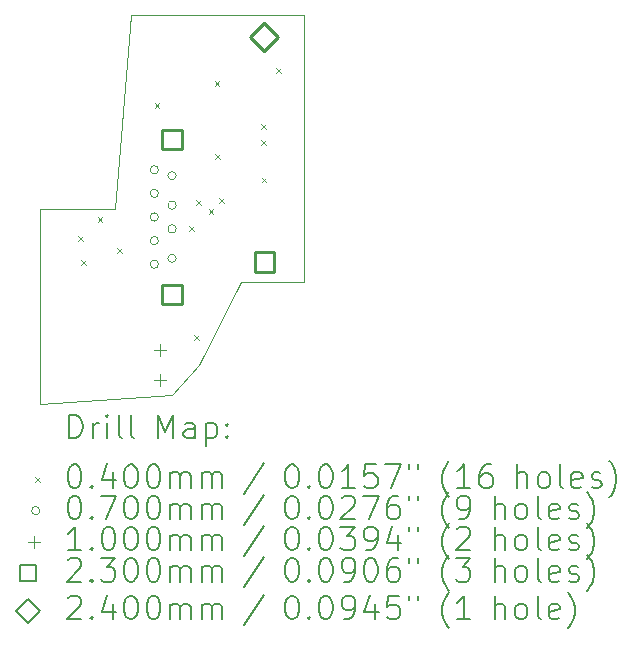
<source format=gbr>
%TF.GenerationSoftware,KiCad,Pcbnew,(7.0.0)*%
%TF.CreationDate,2024-06-17T13:36:31-04:00*%
%TF.ProjectId,MidInterface1.1.1,4d696449-6e74-4657-9266-616365312e31,rev?*%
%TF.SameCoordinates,PX772dc40PY4d83c00*%
%TF.FileFunction,Drillmap*%
%TF.FilePolarity,Positive*%
%FSLAX45Y45*%
G04 Gerber Fmt 4.5, Leading zero omitted, Abs format (unit mm)*
G04 Created by KiCad (PCBNEW (7.0.0)) date 2024-06-17 13:36:31*
%MOMM*%
%LPD*%
G01*
G04 APERTURE LIST*
%ADD10C,0.025400*%
%ADD11C,0.200000*%
%ADD12C,0.040000*%
%ADD13C,0.070000*%
%ADD14C,0.100000*%
%ADD15C,0.230000*%
%ADD16C,0.240000*%
G04 APERTURE END LIST*
D10*
X2235200Y1031240D02*
X1701800Y1031240D01*
X635000Y1651000D02*
X0Y1651000D01*
X772160Y3291840D02*
X2235200Y3291840D01*
X1701800Y1031240D02*
X1346200Y330200D01*
X1117600Y76200D02*
X1346200Y330200D01*
X635000Y1651000D02*
X772160Y3291840D01*
X0Y0D02*
X0Y1651000D01*
X2235200Y3291840D02*
X2235200Y1031240D01*
X1117600Y76200D02*
X0Y0D01*
D11*
D12*
X322900Y1417000D02*
X362900Y1377000D01*
X362900Y1417000D02*
X322900Y1377000D01*
X345760Y1216340D02*
X385760Y1176340D01*
X385760Y1216340D02*
X345760Y1176340D01*
X488000Y1577020D02*
X528000Y1537020D01*
X528000Y1577020D02*
X488000Y1537020D01*
X653100Y1317940D02*
X693100Y1277940D01*
X693100Y1317940D02*
X653100Y1277940D01*
X970600Y2547300D02*
X1010600Y2507300D01*
X1010600Y2547300D02*
X970600Y2507300D01*
X1262700Y1505900D02*
X1302700Y1465900D01*
X1302700Y1505900D02*
X1262700Y1465900D01*
X1307844Y577360D02*
X1347844Y537360D01*
X1347844Y577360D02*
X1307844Y537360D01*
X1322600Y1725400D02*
X1362600Y1685400D01*
X1362600Y1725400D02*
X1322600Y1685400D01*
X1427800Y1645600D02*
X1467800Y1605600D01*
X1467800Y1645600D02*
X1427800Y1605600D01*
X1478600Y2730040D02*
X1518600Y2690040D01*
X1518600Y2730040D02*
X1478600Y2690040D01*
X1483680Y2115500D02*
X1523680Y2075500D01*
X1523680Y2115500D02*
X1483680Y2075500D01*
X1516700Y1742152D02*
X1556700Y1702152D01*
X1556700Y1742152D02*
X1516700Y1702152D01*
X1869760Y2366960D02*
X1909760Y2326960D01*
X1909760Y2366960D02*
X1869760Y2326960D01*
X1874840Y2229800D02*
X1914840Y2189800D01*
X1914840Y2229800D02*
X1874840Y2189800D01*
X1876611Y1912951D02*
X1916611Y1872951D01*
X1916611Y1912951D02*
X1876611Y1872951D01*
X2001840Y2841940D02*
X2041840Y2801940D01*
X2041840Y2841940D02*
X2001840Y2801940D01*
D13*
X1002600Y1980400D02*
G75*
G03*
X1002600Y1980400I-35000J0D01*
G01*
X1002600Y1780400D02*
G75*
G03*
X1002600Y1780400I-35000J0D01*
G01*
X1002600Y1580400D02*
G75*
G03*
X1002600Y1580400I-35000J0D01*
G01*
X1002600Y1380400D02*
G75*
G03*
X1002600Y1380400I-35000J0D01*
G01*
X1002600Y1180400D02*
G75*
G03*
X1002600Y1180400I-35000J0D01*
G01*
X1152600Y1930400D02*
G75*
G03*
X1152600Y1930400I-35000J0D01*
G01*
X1152600Y1680400D02*
G75*
G03*
X1152600Y1680400I-35000J0D01*
G01*
X1152600Y1480400D02*
G75*
G03*
X1152600Y1480400I-35000J0D01*
G01*
X1152600Y1230400D02*
G75*
G03*
X1152600Y1230400I-35000J0D01*
G01*
D14*
X1016000Y507200D02*
X1016000Y407200D01*
X966000Y457200D02*
X1066000Y457200D01*
X1016000Y253200D02*
X1016000Y153200D01*
X966000Y203200D02*
X1066000Y203200D01*
D15*
X1198918Y2156082D02*
X1198918Y2318718D01*
X1036282Y2318718D01*
X1036282Y2156082D01*
X1198918Y2156082D01*
X1198918Y842082D02*
X1198918Y1004718D01*
X1036282Y1004718D01*
X1036282Y842082D01*
X1198918Y842082D01*
X1979118Y1118722D02*
X1979118Y1281358D01*
X1816482Y1281358D01*
X1816482Y1118722D01*
X1979118Y1118722D01*
D16*
X1897800Y2985040D02*
X2017800Y3105040D01*
X1897800Y3225040D01*
X1777800Y3105040D01*
X1897800Y2985040D01*
D11*
X246349Y-294746D02*
X246349Y-94746D01*
X246349Y-94746D02*
X293968Y-94746D01*
X293968Y-94746D02*
X322540Y-104270D01*
X322540Y-104270D02*
X341587Y-123318D01*
X341587Y-123318D02*
X351111Y-142365D01*
X351111Y-142365D02*
X360635Y-180460D01*
X360635Y-180460D02*
X360635Y-209032D01*
X360635Y-209032D02*
X351111Y-247127D01*
X351111Y-247127D02*
X341587Y-266175D01*
X341587Y-266175D02*
X322540Y-285222D01*
X322540Y-285222D02*
X293968Y-294746D01*
X293968Y-294746D02*
X246349Y-294746D01*
X446349Y-294746D02*
X446349Y-161413D01*
X446349Y-199508D02*
X455873Y-180460D01*
X455873Y-180460D02*
X465397Y-170937D01*
X465397Y-170937D02*
X484444Y-161413D01*
X484444Y-161413D02*
X503492Y-161413D01*
X570159Y-294746D02*
X570159Y-161413D01*
X570159Y-94746D02*
X560635Y-104270D01*
X560635Y-104270D02*
X570159Y-113794D01*
X570159Y-113794D02*
X579682Y-104270D01*
X579682Y-104270D02*
X570159Y-94746D01*
X570159Y-94746D02*
X570159Y-113794D01*
X693968Y-294746D02*
X674920Y-285222D01*
X674920Y-285222D02*
X665397Y-266175D01*
X665397Y-266175D02*
X665397Y-94746D01*
X798730Y-294746D02*
X779682Y-285222D01*
X779682Y-285222D02*
X770158Y-266175D01*
X770158Y-266175D02*
X770158Y-94746D01*
X994920Y-294746D02*
X994920Y-94746D01*
X994920Y-94746D02*
X1061587Y-237603D01*
X1061587Y-237603D02*
X1128254Y-94746D01*
X1128254Y-94746D02*
X1128254Y-294746D01*
X1309206Y-294746D02*
X1309206Y-189984D01*
X1309206Y-189984D02*
X1299682Y-170937D01*
X1299682Y-170937D02*
X1280635Y-161413D01*
X1280635Y-161413D02*
X1242539Y-161413D01*
X1242539Y-161413D02*
X1223492Y-170937D01*
X1309206Y-285222D02*
X1290159Y-294746D01*
X1290159Y-294746D02*
X1242539Y-294746D01*
X1242539Y-294746D02*
X1223492Y-285222D01*
X1223492Y-285222D02*
X1213968Y-266175D01*
X1213968Y-266175D02*
X1213968Y-247127D01*
X1213968Y-247127D02*
X1223492Y-228079D01*
X1223492Y-228079D02*
X1242539Y-218556D01*
X1242539Y-218556D02*
X1290159Y-218556D01*
X1290159Y-218556D02*
X1309206Y-209032D01*
X1404444Y-161413D02*
X1404444Y-361413D01*
X1404444Y-170937D02*
X1423492Y-161413D01*
X1423492Y-161413D02*
X1461587Y-161413D01*
X1461587Y-161413D02*
X1480635Y-170937D01*
X1480635Y-170937D02*
X1490158Y-180460D01*
X1490158Y-180460D02*
X1499682Y-199508D01*
X1499682Y-199508D02*
X1499682Y-256651D01*
X1499682Y-256651D02*
X1490158Y-275699D01*
X1490158Y-275699D02*
X1480635Y-285222D01*
X1480635Y-285222D02*
X1461587Y-294746D01*
X1461587Y-294746D02*
X1423492Y-294746D01*
X1423492Y-294746D02*
X1404444Y-285222D01*
X1585397Y-275699D02*
X1594920Y-285222D01*
X1594920Y-285222D02*
X1585397Y-294746D01*
X1585397Y-294746D02*
X1575873Y-285222D01*
X1575873Y-285222D02*
X1585397Y-275699D01*
X1585397Y-275699D02*
X1585397Y-294746D01*
X1585397Y-170937D02*
X1594920Y-180460D01*
X1594920Y-180460D02*
X1585397Y-189984D01*
X1585397Y-189984D02*
X1575873Y-180460D01*
X1575873Y-180460D02*
X1585397Y-170937D01*
X1585397Y-170937D02*
X1585397Y-189984D01*
D12*
X-41270Y-621270D02*
X-1270Y-661270D01*
X-1270Y-621270D02*
X-41270Y-661270D01*
D11*
X284444Y-514746D02*
X303492Y-514746D01*
X303492Y-514746D02*
X322540Y-524270D01*
X322540Y-524270D02*
X332063Y-533794D01*
X332063Y-533794D02*
X341587Y-552841D01*
X341587Y-552841D02*
X351111Y-590937D01*
X351111Y-590937D02*
X351111Y-638556D01*
X351111Y-638556D02*
X341587Y-676651D01*
X341587Y-676651D02*
X332063Y-695699D01*
X332063Y-695699D02*
X322540Y-705222D01*
X322540Y-705222D02*
X303492Y-714746D01*
X303492Y-714746D02*
X284444Y-714746D01*
X284444Y-714746D02*
X265397Y-705222D01*
X265397Y-705222D02*
X255873Y-695699D01*
X255873Y-695699D02*
X246349Y-676651D01*
X246349Y-676651D02*
X236825Y-638556D01*
X236825Y-638556D02*
X236825Y-590937D01*
X236825Y-590937D02*
X246349Y-552841D01*
X246349Y-552841D02*
X255873Y-533794D01*
X255873Y-533794D02*
X265397Y-524270D01*
X265397Y-524270D02*
X284444Y-514746D01*
X436825Y-695699D02*
X446349Y-705222D01*
X446349Y-705222D02*
X436825Y-714746D01*
X436825Y-714746D02*
X427301Y-705222D01*
X427301Y-705222D02*
X436825Y-695699D01*
X436825Y-695699D02*
X436825Y-714746D01*
X617778Y-581413D02*
X617778Y-714746D01*
X570159Y-505222D02*
X522539Y-648080D01*
X522539Y-648080D02*
X646349Y-648080D01*
X760635Y-514746D02*
X779682Y-514746D01*
X779682Y-514746D02*
X798730Y-524270D01*
X798730Y-524270D02*
X808254Y-533794D01*
X808254Y-533794D02*
X817778Y-552841D01*
X817778Y-552841D02*
X827301Y-590937D01*
X827301Y-590937D02*
X827301Y-638556D01*
X827301Y-638556D02*
X817778Y-676651D01*
X817778Y-676651D02*
X808254Y-695699D01*
X808254Y-695699D02*
X798730Y-705222D01*
X798730Y-705222D02*
X779682Y-714746D01*
X779682Y-714746D02*
X760635Y-714746D01*
X760635Y-714746D02*
X741587Y-705222D01*
X741587Y-705222D02*
X732063Y-695699D01*
X732063Y-695699D02*
X722539Y-676651D01*
X722539Y-676651D02*
X713016Y-638556D01*
X713016Y-638556D02*
X713016Y-590937D01*
X713016Y-590937D02*
X722539Y-552841D01*
X722539Y-552841D02*
X732063Y-533794D01*
X732063Y-533794D02*
X741587Y-524270D01*
X741587Y-524270D02*
X760635Y-514746D01*
X951111Y-514746D02*
X970159Y-514746D01*
X970159Y-514746D02*
X989206Y-524270D01*
X989206Y-524270D02*
X998730Y-533794D01*
X998730Y-533794D02*
X1008254Y-552841D01*
X1008254Y-552841D02*
X1017778Y-590937D01*
X1017778Y-590937D02*
X1017778Y-638556D01*
X1017778Y-638556D02*
X1008254Y-676651D01*
X1008254Y-676651D02*
X998730Y-695699D01*
X998730Y-695699D02*
X989206Y-705222D01*
X989206Y-705222D02*
X970159Y-714746D01*
X970159Y-714746D02*
X951111Y-714746D01*
X951111Y-714746D02*
X932063Y-705222D01*
X932063Y-705222D02*
X922539Y-695699D01*
X922539Y-695699D02*
X913016Y-676651D01*
X913016Y-676651D02*
X903492Y-638556D01*
X903492Y-638556D02*
X903492Y-590937D01*
X903492Y-590937D02*
X913016Y-552841D01*
X913016Y-552841D02*
X922539Y-533794D01*
X922539Y-533794D02*
X932063Y-524270D01*
X932063Y-524270D02*
X951111Y-514746D01*
X1103492Y-714746D02*
X1103492Y-581413D01*
X1103492Y-600460D02*
X1113016Y-590937D01*
X1113016Y-590937D02*
X1132063Y-581413D01*
X1132063Y-581413D02*
X1160635Y-581413D01*
X1160635Y-581413D02*
X1179682Y-590937D01*
X1179682Y-590937D02*
X1189206Y-609984D01*
X1189206Y-609984D02*
X1189206Y-714746D01*
X1189206Y-609984D02*
X1198730Y-590937D01*
X1198730Y-590937D02*
X1217778Y-581413D01*
X1217778Y-581413D02*
X1246349Y-581413D01*
X1246349Y-581413D02*
X1265397Y-590937D01*
X1265397Y-590937D02*
X1274921Y-609984D01*
X1274921Y-609984D02*
X1274921Y-714746D01*
X1370159Y-714746D02*
X1370159Y-581413D01*
X1370159Y-600460D02*
X1379682Y-590937D01*
X1379682Y-590937D02*
X1398730Y-581413D01*
X1398730Y-581413D02*
X1427301Y-581413D01*
X1427301Y-581413D02*
X1446349Y-590937D01*
X1446349Y-590937D02*
X1455873Y-609984D01*
X1455873Y-609984D02*
X1455873Y-714746D01*
X1455873Y-609984D02*
X1465397Y-590937D01*
X1465397Y-590937D02*
X1484444Y-581413D01*
X1484444Y-581413D02*
X1513016Y-581413D01*
X1513016Y-581413D02*
X1532063Y-590937D01*
X1532063Y-590937D02*
X1541587Y-609984D01*
X1541587Y-609984D02*
X1541587Y-714746D01*
X1899682Y-505222D02*
X1728254Y-762365D01*
X2124444Y-514746D02*
X2143492Y-514746D01*
X2143492Y-514746D02*
X2162540Y-524270D01*
X2162540Y-524270D02*
X2172063Y-533794D01*
X2172063Y-533794D02*
X2181587Y-552841D01*
X2181587Y-552841D02*
X2191111Y-590937D01*
X2191111Y-590937D02*
X2191111Y-638556D01*
X2191111Y-638556D02*
X2181587Y-676651D01*
X2181587Y-676651D02*
X2172063Y-695699D01*
X2172063Y-695699D02*
X2162540Y-705222D01*
X2162540Y-705222D02*
X2143492Y-714746D01*
X2143492Y-714746D02*
X2124444Y-714746D01*
X2124444Y-714746D02*
X2105397Y-705222D01*
X2105397Y-705222D02*
X2095873Y-695699D01*
X2095873Y-695699D02*
X2086349Y-676651D01*
X2086349Y-676651D02*
X2076825Y-638556D01*
X2076825Y-638556D02*
X2076825Y-590937D01*
X2076825Y-590937D02*
X2086349Y-552841D01*
X2086349Y-552841D02*
X2095873Y-533794D01*
X2095873Y-533794D02*
X2105397Y-524270D01*
X2105397Y-524270D02*
X2124444Y-514746D01*
X2276825Y-695699D02*
X2286349Y-705222D01*
X2286349Y-705222D02*
X2276825Y-714746D01*
X2276825Y-714746D02*
X2267302Y-705222D01*
X2267302Y-705222D02*
X2276825Y-695699D01*
X2276825Y-695699D02*
X2276825Y-714746D01*
X2410159Y-514746D02*
X2429206Y-514746D01*
X2429206Y-514746D02*
X2448254Y-524270D01*
X2448254Y-524270D02*
X2457778Y-533794D01*
X2457778Y-533794D02*
X2467302Y-552841D01*
X2467302Y-552841D02*
X2476825Y-590937D01*
X2476825Y-590937D02*
X2476825Y-638556D01*
X2476825Y-638556D02*
X2467302Y-676651D01*
X2467302Y-676651D02*
X2457778Y-695699D01*
X2457778Y-695699D02*
X2448254Y-705222D01*
X2448254Y-705222D02*
X2429206Y-714746D01*
X2429206Y-714746D02*
X2410159Y-714746D01*
X2410159Y-714746D02*
X2391111Y-705222D01*
X2391111Y-705222D02*
X2381587Y-695699D01*
X2381587Y-695699D02*
X2372063Y-676651D01*
X2372063Y-676651D02*
X2362540Y-638556D01*
X2362540Y-638556D02*
X2362540Y-590937D01*
X2362540Y-590937D02*
X2372063Y-552841D01*
X2372063Y-552841D02*
X2381587Y-533794D01*
X2381587Y-533794D02*
X2391111Y-524270D01*
X2391111Y-524270D02*
X2410159Y-514746D01*
X2667302Y-714746D02*
X2553016Y-714746D01*
X2610159Y-714746D02*
X2610159Y-514746D01*
X2610159Y-514746D02*
X2591111Y-543318D01*
X2591111Y-543318D02*
X2572063Y-562365D01*
X2572063Y-562365D02*
X2553016Y-571889D01*
X2848254Y-514746D02*
X2753016Y-514746D01*
X2753016Y-514746D02*
X2743492Y-609984D01*
X2743492Y-609984D02*
X2753016Y-600460D01*
X2753016Y-600460D02*
X2772063Y-590937D01*
X2772063Y-590937D02*
X2819682Y-590937D01*
X2819682Y-590937D02*
X2838730Y-600460D01*
X2838730Y-600460D02*
X2848254Y-609984D01*
X2848254Y-609984D02*
X2857778Y-629032D01*
X2857778Y-629032D02*
X2857778Y-676651D01*
X2857778Y-676651D02*
X2848254Y-695699D01*
X2848254Y-695699D02*
X2838730Y-705222D01*
X2838730Y-705222D02*
X2819682Y-714746D01*
X2819682Y-714746D02*
X2772063Y-714746D01*
X2772063Y-714746D02*
X2753016Y-705222D01*
X2753016Y-705222D02*
X2743492Y-695699D01*
X2924444Y-514746D02*
X3057778Y-514746D01*
X3057778Y-514746D02*
X2972063Y-714746D01*
X3124444Y-514746D02*
X3124444Y-552841D01*
X3200635Y-514746D02*
X3200635Y-552841D01*
X3463492Y-790937D02*
X3453968Y-781413D01*
X3453968Y-781413D02*
X3434921Y-752841D01*
X3434921Y-752841D02*
X3425397Y-733794D01*
X3425397Y-733794D02*
X3415873Y-705222D01*
X3415873Y-705222D02*
X3406349Y-657603D01*
X3406349Y-657603D02*
X3406349Y-619508D01*
X3406349Y-619508D02*
X3415873Y-571889D01*
X3415873Y-571889D02*
X3425397Y-543318D01*
X3425397Y-543318D02*
X3434921Y-524270D01*
X3434921Y-524270D02*
X3453968Y-495698D01*
X3453968Y-495698D02*
X3463492Y-486175D01*
X3644444Y-714746D02*
X3530159Y-714746D01*
X3587301Y-714746D02*
X3587301Y-514746D01*
X3587301Y-514746D02*
X3568254Y-543318D01*
X3568254Y-543318D02*
X3549206Y-562365D01*
X3549206Y-562365D02*
X3530159Y-571889D01*
X3815873Y-514746D02*
X3777778Y-514746D01*
X3777778Y-514746D02*
X3758730Y-524270D01*
X3758730Y-524270D02*
X3749206Y-533794D01*
X3749206Y-533794D02*
X3730159Y-562365D01*
X3730159Y-562365D02*
X3720635Y-600460D01*
X3720635Y-600460D02*
X3720635Y-676651D01*
X3720635Y-676651D02*
X3730159Y-695699D01*
X3730159Y-695699D02*
X3739682Y-705222D01*
X3739682Y-705222D02*
X3758730Y-714746D01*
X3758730Y-714746D02*
X3796825Y-714746D01*
X3796825Y-714746D02*
X3815873Y-705222D01*
X3815873Y-705222D02*
X3825397Y-695699D01*
X3825397Y-695699D02*
X3834921Y-676651D01*
X3834921Y-676651D02*
X3834921Y-629032D01*
X3834921Y-629032D02*
X3825397Y-609984D01*
X3825397Y-609984D02*
X3815873Y-600460D01*
X3815873Y-600460D02*
X3796825Y-590937D01*
X3796825Y-590937D02*
X3758730Y-590937D01*
X3758730Y-590937D02*
X3739682Y-600460D01*
X3739682Y-600460D02*
X3730159Y-609984D01*
X3730159Y-609984D02*
X3720635Y-629032D01*
X4040635Y-714746D02*
X4040635Y-514746D01*
X4126349Y-714746D02*
X4126349Y-609984D01*
X4126349Y-609984D02*
X4116825Y-590937D01*
X4116825Y-590937D02*
X4097778Y-581413D01*
X4097778Y-581413D02*
X4069206Y-581413D01*
X4069206Y-581413D02*
X4050159Y-590937D01*
X4050159Y-590937D02*
X4040635Y-600460D01*
X4250159Y-714746D02*
X4231111Y-705222D01*
X4231111Y-705222D02*
X4221587Y-695699D01*
X4221587Y-695699D02*
X4212064Y-676651D01*
X4212064Y-676651D02*
X4212064Y-619508D01*
X4212064Y-619508D02*
X4221587Y-600460D01*
X4221587Y-600460D02*
X4231111Y-590937D01*
X4231111Y-590937D02*
X4250159Y-581413D01*
X4250159Y-581413D02*
X4278730Y-581413D01*
X4278730Y-581413D02*
X4297778Y-590937D01*
X4297778Y-590937D02*
X4307302Y-600460D01*
X4307302Y-600460D02*
X4316825Y-619508D01*
X4316825Y-619508D02*
X4316825Y-676651D01*
X4316825Y-676651D02*
X4307302Y-695699D01*
X4307302Y-695699D02*
X4297778Y-705222D01*
X4297778Y-705222D02*
X4278730Y-714746D01*
X4278730Y-714746D02*
X4250159Y-714746D01*
X4431111Y-714746D02*
X4412064Y-705222D01*
X4412064Y-705222D02*
X4402540Y-686175D01*
X4402540Y-686175D02*
X4402540Y-514746D01*
X4583492Y-705222D02*
X4564445Y-714746D01*
X4564445Y-714746D02*
X4526349Y-714746D01*
X4526349Y-714746D02*
X4507302Y-705222D01*
X4507302Y-705222D02*
X4497778Y-686175D01*
X4497778Y-686175D02*
X4497778Y-609984D01*
X4497778Y-609984D02*
X4507302Y-590937D01*
X4507302Y-590937D02*
X4526349Y-581413D01*
X4526349Y-581413D02*
X4564445Y-581413D01*
X4564445Y-581413D02*
X4583492Y-590937D01*
X4583492Y-590937D02*
X4593016Y-609984D01*
X4593016Y-609984D02*
X4593016Y-629032D01*
X4593016Y-629032D02*
X4497778Y-648080D01*
X4669206Y-705222D02*
X4688254Y-714746D01*
X4688254Y-714746D02*
X4726349Y-714746D01*
X4726349Y-714746D02*
X4745397Y-705222D01*
X4745397Y-705222D02*
X4754921Y-686175D01*
X4754921Y-686175D02*
X4754921Y-676651D01*
X4754921Y-676651D02*
X4745397Y-657603D01*
X4745397Y-657603D02*
X4726349Y-648080D01*
X4726349Y-648080D02*
X4697778Y-648080D01*
X4697778Y-648080D02*
X4678730Y-638556D01*
X4678730Y-638556D02*
X4669206Y-619508D01*
X4669206Y-619508D02*
X4669206Y-609984D01*
X4669206Y-609984D02*
X4678730Y-590937D01*
X4678730Y-590937D02*
X4697778Y-581413D01*
X4697778Y-581413D02*
X4726349Y-581413D01*
X4726349Y-581413D02*
X4745397Y-590937D01*
X4821587Y-790937D02*
X4831111Y-781413D01*
X4831111Y-781413D02*
X4850159Y-752841D01*
X4850159Y-752841D02*
X4859683Y-733794D01*
X4859683Y-733794D02*
X4869206Y-705222D01*
X4869206Y-705222D02*
X4878730Y-657603D01*
X4878730Y-657603D02*
X4878730Y-619508D01*
X4878730Y-619508D02*
X4869206Y-571889D01*
X4869206Y-571889D02*
X4859683Y-543318D01*
X4859683Y-543318D02*
X4850159Y-524270D01*
X4850159Y-524270D02*
X4831111Y-495698D01*
X4831111Y-495698D02*
X4821587Y-486175D01*
D13*
X-1270Y-905270D02*
G75*
G03*
X-1270Y-905270I-35000J0D01*
G01*
D11*
X284444Y-778746D02*
X303492Y-778746D01*
X303492Y-778746D02*
X322540Y-788270D01*
X322540Y-788270D02*
X332063Y-797794D01*
X332063Y-797794D02*
X341587Y-816841D01*
X341587Y-816841D02*
X351111Y-854937D01*
X351111Y-854937D02*
X351111Y-902556D01*
X351111Y-902556D02*
X341587Y-940651D01*
X341587Y-940651D02*
X332063Y-959698D01*
X332063Y-959698D02*
X322540Y-969222D01*
X322540Y-969222D02*
X303492Y-978746D01*
X303492Y-978746D02*
X284444Y-978746D01*
X284444Y-978746D02*
X265397Y-969222D01*
X265397Y-969222D02*
X255873Y-959698D01*
X255873Y-959698D02*
X246349Y-940651D01*
X246349Y-940651D02*
X236825Y-902556D01*
X236825Y-902556D02*
X236825Y-854937D01*
X236825Y-854937D02*
X246349Y-816841D01*
X246349Y-816841D02*
X255873Y-797794D01*
X255873Y-797794D02*
X265397Y-788270D01*
X265397Y-788270D02*
X284444Y-778746D01*
X436825Y-959698D02*
X446349Y-969222D01*
X446349Y-969222D02*
X436825Y-978746D01*
X436825Y-978746D02*
X427301Y-969222D01*
X427301Y-969222D02*
X436825Y-959698D01*
X436825Y-959698D02*
X436825Y-978746D01*
X513016Y-778746D02*
X646349Y-778746D01*
X646349Y-778746D02*
X560635Y-978746D01*
X760635Y-778746D02*
X779682Y-778746D01*
X779682Y-778746D02*
X798730Y-788270D01*
X798730Y-788270D02*
X808254Y-797794D01*
X808254Y-797794D02*
X817778Y-816841D01*
X817778Y-816841D02*
X827301Y-854937D01*
X827301Y-854937D02*
X827301Y-902556D01*
X827301Y-902556D02*
X817778Y-940651D01*
X817778Y-940651D02*
X808254Y-959698D01*
X808254Y-959698D02*
X798730Y-969222D01*
X798730Y-969222D02*
X779682Y-978746D01*
X779682Y-978746D02*
X760635Y-978746D01*
X760635Y-978746D02*
X741587Y-969222D01*
X741587Y-969222D02*
X732063Y-959698D01*
X732063Y-959698D02*
X722539Y-940651D01*
X722539Y-940651D02*
X713016Y-902556D01*
X713016Y-902556D02*
X713016Y-854937D01*
X713016Y-854937D02*
X722539Y-816841D01*
X722539Y-816841D02*
X732063Y-797794D01*
X732063Y-797794D02*
X741587Y-788270D01*
X741587Y-788270D02*
X760635Y-778746D01*
X951111Y-778746D02*
X970159Y-778746D01*
X970159Y-778746D02*
X989206Y-788270D01*
X989206Y-788270D02*
X998730Y-797794D01*
X998730Y-797794D02*
X1008254Y-816841D01*
X1008254Y-816841D02*
X1017778Y-854937D01*
X1017778Y-854937D02*
X1017778Y-902556D01*
X1017778Y-902556D02*
X1008254Y-940651D01*
X1008254Y-940651D02*
X998730Y-959698D01*
X998730Y-959698D02*
X989206Y-969222D01*
X989206Y-969222D02*
X970159Y-978746D01*
X970159Y-978746D02*
X951111Y-978746D01*
X951111Y-978746D02*
X932063Y-969222D01*
X932063Y-969222D02*
X922539Y-959698D01*
X922539Y-959698D02*
X913016Y-940651D01*
X913016Y-940651D02*
X903492Y-902556D01*
X903492Y-902556D02*
X903492Y-854937D01*
X903492Y-854937D02*
X913016Y-816841D01*
X913016Y-816841D02*
X922539Y-797794D01*
X922539Y-797794D02*
X932063Y-788270D01*
X932063Y-788270D02*
X951111Y-778746D01*
X1103492Y-978746D02*
X1103492Y-845413D01*
X1103492Y-864460D02*
X1113016Y-854937D01*
X1113016Y-854937D02*
X1132063Y-845413D01*
X1132063Y-845413D02*
X1160635Y-845413D01*
X1160635Y-845413D02*
X1179682Y-854937D01*
X1179682Y-854937D02*
X1189206Y-873984D01*
X1189206Y-873984D02*
X1189206Y-978746D01*
X1189206Y-873984D02*
X1198730Y-854937D01*
X1198730Y-854937D02*
X1217778Y-845413D01*
X1217778Y-845413D02*
X1246349Y-845413D01*
X1246349Y-845413D02*
X1265397Y-854937D01*
X1265397Y-854937D02*
X1274921Y-873984D01*
X1274921Y-873984D02*
X1274921Y-978746D01*
X1370159Y-978746D02*
X1370159Y-845413D01*
X1370159Y-864460D02*
X1379682Y-854937D01*
X1379682Y-854937D02*
X1398730Y-845413D01*
X1398730Y-845413D02*
X1427301Y-845413D01*
X1427301Y-845413D02*
X1446349Y-854937D01*
X1446349Y-854937D02*
X1455873Y-873984D01*
X1455873Y-873984D02*
X1455873Y-978746D01*
X1455873Y-873984D02*
X1465397Y-854937D01*
X1465397Y-854937D02*
X1484444Y-845413D01*
X1484444Y-845413D02*
X1513016Y-845413D01*
X1513016Y-845413D02*
X1532063Y-854937D01*
X1532063Y-854937D02*
X1541587Y-873984D01*
X1541587Y-873984D02*
X1541587Y-978746D01*
X1899682Y-769222D02*
X1728254Y-1026365D01*
X2124444Y-778746D02*
X2143492Y-778746D01*
X2143492Y-778746D02*
X2162540Y-788270D01*
X2162540Y-788270D02*
X2172063Y-797794D01*
X2172063Y-797794D02*
X2181587Y-816841D01*
X2181587Y-816841D02*
X2191111Y-854937D01*
X2191111Y-854937D02*
X2191111Y-902556D01*
X2191111Y-902556D02*
X2181587Y-940651D01*
X2181587Y-940651D02*
X2172063Y-959698D01*
X2172063Y-959698D02*
X2162540Y-969222D01*
X2162540Y-969222D02*
X2143492Y-978746D01*
X2143492Y-978746D02*
X2124444Y-978746D01*
X2124444Y-978746D02*
X2105397Y-969222D01*
X2105397Y-969222D02*
X2095873Y-959698D01*
X2095873Y-959698D02*
X2086349Y-940651D01*
X2086349Y-940651D02*
X2076825Y-902556D01*
X2076825Y-902556D02*
X2076825Y-854937D01*
X2076825Y-854937D02*
X2086349Y-816841D01*
X2086349Y-816841D02*
X2095873Y-797794D01*
X2095873Y-797794D02*
X2105397Y-788270D01*
X2105397Y-788270D02*
X2124444Y-778746D01*
X2276825Y-959698D02*
X2286349Y-969222D01*
X2286349Y-969222D02*
X2276825Y-978746D01*
X2276825Y-978746D02*
X2267302Y-969222D01*
X2267302Y-969222D02*
X2276825Y-959698D01*
X2276825Y-959698D02*
X2276825Y-978746D01*
X2410159Y-778746D02*
X2429206Y-778746D01*
X2429206Y-778746D02*
X2448254Y-788270D01*
X2448254Y-788270D02*
X2457778Y-797794D01*
X2457778Y-797794D02*
X2467302Y-816841D01*
X2467302Y-816841D02*
X2476825Y-854937D01*
X2476825Y-854937D02*
X2476825Y-902556D01*
X2476825Y-902556D02*
X2467302Y-940651D01*
X2467302Y-940651D02*
X2457778Y-959698D01*
X2457778Y-959698D02*
X2448254Y-969222D01*
X2448254Y-969222D02*
X2429206Y-978746D01*
X2429206Y-978746D02*
X2410159Y-978746D01*
X2410159Y-978746D02*
X2391111Y-969222D01*
X2391111Y-969222D02*
X2381587Y-959698D01*
X2381587Y-959698D02*
X2372063Y-940651D01*
X2372063Y-940651D02*
X2362540Y-902556D01*
X2362540Y-902556D02*
X2362540Y-854937D01*
X2362540Y-854937D02*
X2372063Y-816841D01*
X2372063Y-816841D02*
X2381587Y-797794D01*
X2381587Y-797794D02*
X2391111Y-788270D01*
X2391111Y-788270D02*
X2410159Y-778746D01*
X2553016Y-797794D02*
X2562540Y-788270D01*
X2562540Y-788270D02*
X2581587Y-778746D01*
X2581587Y-778746D02*
X2629206Y-778746D01*
X2629206Y-778746D02*
X2648254Y-788270D01*
X2648254Y-788270D02*
X2657778Y-797794D01*
X2657778Y-797794D02*
X2667302Y-816841D01*
X2667302Y-816841D02*
X2667302Y-835889D01*
X2667302Y-835889D02*
X2657778Y-864460D01*
X2657778Y-864460D02*
X2543492Y-978746D01*
X2543492Y-978746D02*
X2667302Y-978746D01*
X2733968Y-778746D02*
X2867301Y-778746D01*
X2867301Y-778746D02*
X2781587Y-978746D01*
X3029206Y-778746D02*
X2991111Y-778746D01*
X2991111Y-778746D02*
X2972063Y-788270D01*
X2972063Y-788270D02*
X2962540Y-797794D01*
X2962540Y-797794D02*
X2943492Y-826365D01*
X2943492Y-826365D02*
X2933968Y-864460D01*
X2933968Y-864460D02*
X2933968Y-940651D01*
X2933968Y-940651D02*
X2943492Y-959698D01*
X2943492Y-959698D02*
X2953016Y-969222D01*
X2953016Y-969222D02*
X2972063Y-978746D01*
X2972063Y-978746D02*
X3010159Y-978746D01*
X3010159Y-978746D02*
X3029206Y-969222D01*
X3029206Y-969222D02*
X3038730Y-959698D01*
X3038730Y-959698D02*
X3048254Y-940651D01*
X3048254Y-940651D02*
X3048254Y-893032D01*
X3048254Y-893032D02*
X3038730Y-873984D01*
X3038730Y-873984D02*
X3029206Y-864460D01*
X3029206Y-864460D02*
X3010159Y-854937D01*
X3010159Y-854937D02*
X2972063Y-854937D01*
X2972063Y-854937D02*
X2953016Y-864460D01*
X2953016Y-864460D02*
X2943492Y-873984D01*
X2943492Y-873984D02*
X2933968Y-893032D01*
X3124444Y-778746D02*
X3124444Y-816841D01*
X3200635Y-778746D02*
X3200635Y-816841D01*
X3463492Y-1054937D02*
X3453968Y-1045413D01*
X3453968Y-1045413D02*
X3434921Y-1016841D01*
X3434921Y-1016841D02*
X3425397Y-997794D01*
X3425397Y-997794D02*
X3415873Y-969222D01*
X3415873Y-969222D02*
X3406349Y-921603D01*
X3406349Y-921603D02*
X3406349Y-883508D01*
X3406349Y-883508D02*
X3415873Y-835889D01*
X3415873Y-835889D02*
X3425397Y-807318D01*
X3425397Y-807318D02*
X3434921Y-788270D01*
X3434921Y-788270D02*
X3453968Y-759698D01*
X3453968Y-759698D02*
X3463492Y-750175D01*
X3549206Y-978746D02*
X3587301Y-978746D01*
X3587301Y-978746D02*
X3606349Y-969222D01*
X3606349Y-969222D02*
X3615873Y-959698D01*
X3615873Y-959698D02*
X3634921Y-931127D01*
X3634921Y-931127D02*
X3644444Y-893032D01*
X3644444Y-893032D02*
X3644444Y-816841D01*
X3644444Y-816841D02*
X3634921Y-797794D01*
X3634921Y-797794D02*
X3625397Y-788270D01*
X3625397Y-788270D02*
X3606349Y-778746D01*
X3606349Y-778746D02*
X3568254Y-778746D01*
X3568254Y-778746D02*
X3549206Y-788270D01*
X3549206Y-788270D02*
X3539682Y-797794D01*
X3539682Y-797794D02*
X3530159Y-816841D01*
X3530159Y-816841D02*
X3530159Y-864460D01*
X3530159Y-864460D02*
X3539682Y-883508D01*
X3539682Y-883508D02*
X3549206Y-893032D01*
X3549206Y-893032D02*
X3568254Y-902556D01*
X3568254Y-902556D02*
X3606349Y-902556D01*
X3606349Y-902556D02*
X3625397Y-893032D01*
X3625397Y-893032D02*
X3634921Y-883508D01*
X3634921Y-883508D02*
X3644444Y-864460D01*
X3850159Y-978746D02*
X3850159Y-778746D01*
X3935873Y-978746D02*
X3935873Y-873984D01*
X3935873Y-873984D02*
X3926349Y-854937D01*
X3926349Y-854937D02*
X3907302Y-845413D01*
X3907302Y-845413D02*
X3878730Y-845413D01*
X3878730Y-845413D02*
X3859682Y-854937D01*
X3859682Y-854937D02*
X3850159Y-864460D01*
X4059682Y-978746D02*
X4040635Y-969222D01*
X4040635Y-969222D02*
X4031111Y-959698D01*
X4031111Y-959698D02*
X4021587Y-940651D01*
X4021587Y-940651D02*
X4021587Y-883508D01*
X4021587Y-883508D02*
X4031111Y-864460D01*
X4031111Y-864460D02*
X4040635Y-854937D01*
X4040635Y-854937D02*
X4059682Y-845413D01*
X4059682Y-845413D02*
X4088254Y-845413D01*
X4088254Y-845413D02*
X4107302Y-854937D01*
X4107302Y-854937D02*
X4116825Y-864460D01*
X4116825Y-864460D02*
X4126349Y-883508D01*
X4126349Y-883508D02*
X4126349Y-940651D01*
X4126349Y-940651D02*
X4116825Y-959698D01*
X4116825Y-959698D02*
X4107302Y-969222D01*
X4107302Y-969222D02*
X4088254Y-978746D01*
X4088254Y-978746D02*
X4059682Y-978746D01*
X4240635Y-978746D02*
X4221587Y-969222D01*
X4221587Y-969222D02*
X4212064Y-950175D01*
X4212064Y-950175D02*
X4212064Y-778746D01*
X4393016Y-969222D02*
X4373968Y-978746D01*
X4373968Y-978746D02*
X4335873Y-978746D01*
X4335873Y-978746D02*
X4316825Y-969222D01*
X4316825Y-969222D02*
X4307302Y-950175D01*
X4307302Y-950175D02*
X4307302Y-873984D01*
X4307302Y-873984D02*
X4316825Y-854937D01*
X4316825Y-854937D02*
X4335873Y-845413D01*
X4335873Y-845413D02*
X4373968Y-845413D01*
X4373968Y-845413D02*
X4393016Y-854937D01*
X4393016Y-854937D02*
X4402540Y-873984D01*
X4402540Y-873984D02*
X4402540Y-893032D01*
X4402540Y-893032D02*
X4307302Y-912079D01*
X4478730Y-969222D02*
X4497778Y-978746D01*
X4497778Y-978746D02*
X4535873Y-978746D01*
X4535873Y-978746D02*
X4554921Y-969222D01*
X4554921Y-969222D02*
X4564445Y-950175D01*
X4564445Y-950175D02*
X4564445Y-940651D01*
X4564445Y-940651D02*
X4554921Y-921603D01*
X4554921Y-921603D02*
X4535873Y-912079D01*
X4535873Y-912079D02*
X4507302Y-912079D01*
X4507302Y-912079D02*
X4488254Y-902556D01*
X4488254Y-902556D02*
X4478730Y-883508D01*
X4478730Y-883508D02*
X4478730Y-873984D01*
X4478730Y-873984D02*
X4488254Y-854937D01*
X4488254Y-854937D02*
X4507302Y-845413D01*
X4507302Y-845413D02*
X4535873Y-845413D01*
X4535873Y-845413D02*
X4554921Y-854937D01*
X4631111Y-1054937D02*
X4640635Y-1045413D01*
X4640635Y-1045413D02*
X4659683Y-1016841D01*
X4659683Y-1016841D02*
X4669206Y-997794D01*
X4669206Y-997794D02*
X4678730Y-969222D01*
X4678730Y-969222D02*
X4688254Y-921603D01*
X4688254Y-921603D02*
X4688254Y-883508D01*
X4688254Y-883508D02*
X4678730Y-835889D01*
X4678730Y-835889D02*
X4669206Y-807318D01*
X4669206Y-807318D02*
X4659683Y-788270D01*
X4659683Y-788270D02*
X4640635Y-759698D01*
X4640635Y-759698D02*
X4631111Y-750175D01*
D14*
X-51270Y-1119270D02*
X-51270Y-1219270D01*
X-101270Y-1169270D02*
X-1270Y-1169270D01*
D11*
X351111Y-1242746D02*
X236825Y-1242746D01*
X293968Y-1242746D02*
X293968Y-1042746D01*
X293968Y-1042746D02*
X274920Y-1071318D01*
X274920Y-1071318D02*
X255873Y-1090365D01*
X255873Y-1090365D02*
X236825Y-1099889D01*
X436825Y-1223699D02*
X446349Y-1233222D01*
X446349Y-1233222D02*
X436825Y-1242746D01*
X436825Y-1242746D02*
X427301Y-1233222D01*
X427301Y-1233222D02*
X436825Y-1223699D01*
X436825Y-1223699D02*
X436825Y-1242746D01*
X570159Y-1042746D02*
X589206Y-1042746D01*
X589206Y-1042746D02*
X608254Y-1052270D01*
X608254Y-1052270D02*
X617778Y-1061794D01*
X617778Y-1061794D02*
X627301Y-1080841D01*
X627301Y-1080841D02*
X636825Y-1118937D01*
X636825Y-1118937D02*
X636825Y-1166556D01*
X636825Y-1166556D02*
X627301Y-1204651D01*
X627301Y-1204651D02*
X617778Y-1223699D01*
X617778Y-1223699D02*
X608254Y-1233222D01*
X608254Y-1233222D02*
X589206Y-1242746D01*
X589206Y-1242746D02*
X570159Y-1242746D01*
X570159Y-1242746D02*
X551111Y-1233222D01*
X551111Y-1233222D02*
X541587Y-1223699D01*
X541587Y-1223699D02*
X532063Y-1204651D01*
X532063Y-1204651D02*
X522539Y-1166556D01*
X522539Y-1166556D02*
X522539Y-1118937D01*
X522539Y-1118937D02*
X532063Y-1080841D01*
X532063Y-1080841D02*
X541587Y-1061794D01*
X541587Y-1061794D02*
X551111Y-1052270D01*
X551111Y-1052270D02*
X570159Y-1042746D01*
X760635Y-1042746D02*
X779682Y-1042746D01*
X779682Y-1042746D02*
X798730Y-1052270D01*
X798730Y-1052270D02*
X808254Y-1061794D01*
X808254Y-1061794D02*
X817778Y-1080841D01*
X817778Y-1080841D02*
X827301Y-1118937D01*
X827301Y-1118937D02*
X827301Y-1166556D01*
X827301Y-1166556D02*
X817778Y-1204651D01*
X817778Y-1204651D02*
X808254Y-1223699D01*
X808254Y-1223699D02*
X798730Y-1233222D01*
X798730Y-1233222D02*
X779682Y-1242746D01*
X779682Y-1242746D02*
X760635Y-1242746D01*
X760635Y-1242746D02*
X741587Y-1233222D01*
X741587Y-1233222D02*
X732063Y-1223699D01*
X732063Y-1223699D02*
X722539Y-1204651D01*
X722539Y-1204651D02*
X713016Y-1166556D01*
X713016Y-1166556D02*
X713016Y-1118937D01*
X713016Y-1118937D02*
X722539Y-1080841D01*
X722539Y-1080841D02*
X732063Y-1061794D01*
X732063Y-1061794D02*
X741587Y-1052270D01*
X741587Y-1052270D02*
X760635Y-1042746D01*
X951111Y-1042746D02*
X970159Y-1042746D01*
X970159Y-1042746D02*
X989206Y-1052270D01*
X989206Y-1052270D02*
X998730Y-1061794D01*
X998730Y-1061794D02*
X1008254Y-1080841D01*
X1008254Y-1080841D02*
X1017778Y-1118937D01*
X1017778Y-1118937D02*
X1017778Y-1166556D01*
X1017778Y-1166556D02*
X1008254Y-1204651D01*
X1008254Y-1204651D02*
X998730Y-1223699D01*
X998730Y-1223699D02*
X989206Y-1233222D01*
X989206Y-1233222D02*
X970159Y-1242746D01*
X970159Y-1242746D02*
X951111Y-1242746D01*
X951111Y-1242746D02*
X932063Y-1233222D01*
X932063Y-1233222D02*
X922539Y-1223699D01*
X922539Y-1223699D02*
X913016Y-1204651D01*
X913016Y-1204651D02*
X903492Y-1166556D01*
X903492Y-1166556D02*
X903492Y-1118937D01*
X903492Y-1118937D02*
X913016Y-1080841D01*
X913016Y-1080841D02*
X922539Y-1061794D01*
X922539Y-1061794D02*
X932063Y-1052270D01*
X932063Y-1052270D02*
X951111Y-1042746D01*
X1103492Y-1242746D02*
X1103492Y-1109413D01*
X1103492Y-1128460D02*
X1113016Y-1118937D01*
X1113016Y-1118937D02*
X1132063Y-1109413D01*
X1132063Y-1109413D02*
X1160635Y-1109413D01*
X1160635Y-1109413D02*
X1179682Y-1118937D01*
X1179682Y-1118937D02*
X1189206Y-1137984D01*
X1189206Y-1137984D02*
X1189206Y-1242746D01*
X1189206Y-1137984D02*
X1198730Y-1118937D01*
X1198730Y-1118937D02*
X1217778Y-1109413D01*
X1217778Y-1109413D02*
X1246349Y-1109413D01*
X1246349Y-1109413D02*
X1265397Y-1118937D01*
X1265397Y-1118937D02*
X1274921Y-1137984D01*
X1274921Y-1137984D02*
X1274921Y-1242746D01*
X1370159Y-1242746D02*
X1370159Y-1109413D01*
X1370159Y-1128460D02*
X1379682Y-1118937D01*
X1379682Y-1118937D02*
X1398730Y-1109413D01*
X1398730Y-1109413D02*
X1427301Y-1109413D01*
X1427301Y-1109413D02*
X1446349Y-1118937D01*
X1446349Y-1118937D02*
X1455873Y-1137984D01*
X1455873Y-1137984D02*
X1455873Y-1242746D01*
X1455873Y-1137984D02*
X1465397Y-1118937D01*
X1465397Y-1118937D02*
X1484444Y-1109413D01*
X1484444Y-1109413D02*
X1513016Y-1109413D01*
X1513016Y-1109413D02*
X1532063Y-1118937D01*
X1532063Y-1118937D02*
X1541587Y-1137984D01*
X1541587Y-1137984D02*
X1541587Y-1242746D01*
X1899682Y-1033222D02*
X1728254Y-1290365D01*
X2124444Y-1042746D02*
X2143492Y-1042746D01*
X2143492Y-1042746D02*
X2162540Y-1052270D01*
X2162540Y-1052270D02*
X2172063Y-1061794D01*
X2172063Y-1061794D02*
X2181587Y-1080841D01*
X2181587Y-1080841D02*
X2191111Y-1118937D01*
X2191111Y-1118937D02*
X2191111Y-1166556D01*
X2191111Y-1166556D02*
X2181587Y-1204651D01*
X2181587Y-1204651D02*
X2172063Y-1223699D01*
X2172063Y-1223699D02*
X2162540Y-1233222D01*
X2162540Y-1233222D02*
X2143492Y-1242746D01*
X2143492Y-1242746D02*
X2124444Y-1242746D01*
X2124444Y-1242746D02*
X2105397Y-1233222D01*
X2105397Y-1233222D02*
X2095873Y-1223699D01*
X2095873Y-1223699D02*
X2086349Y-1204651D01*
X2086349Y-1204651D02*
X2076825Y-1166556D01*
X2076825Y-1166556D02*
X2076825Y-1118937D01*
X2076825Y-1118937D02*
X2086349Y-1080841D01*
X2086349Y-1080841D02*
X2095873Y-1061794D01*
X2095873Y-1061794D02*
X2105397Y-1052270D01*
X2105397Y-1052270D02*
X2124444Y-1042746D01*
X2276825Y-1223699D02*
X2286349Y-1233222D01*
X2286349Y-1233222D02*
X2276825Y-1242746D01*
X2276825Y-1242746D02*
X2267302Y-1233222D01*
X2267302Y-1233222D02*
X2276825Y-1223699D01*
X2276825Y-1223699D02*
X2276825Y-1242746D01*
X2410159Y-1042746D02*
X2429206Y-1042746D01*
X2429206Y-1042746D02*
X2448254Y-1052270D01*
X2448254Y-1052270D02*
X2457778Y-1061794D01*
X2457778Y-1061794D02*
X2467302Y-1080841D01*
X2467302Y-1080841D02*
X2476825Y-1118937D01*
X2476825Y-1118937D02*
X2476825Y-1166556D01*
X2476825Y-1166556D02*
X2467302Y-1204651D01*
X2467302Y-1204651D02*
X2457778Y-1223699D01*
X2457778Y-1223699D02*
X2448254Y-1233222D01*
X2448254Y-1233222D02*
X2429206Y-1242746D01*
X2429206Y-1242746D02*
X2410159Y-1242746D01*
X2410159Y-1242746D02*
X2391111Y-1233222D01*
X2391111Y-1233222D02*
X2381587Y-1223699D01*
X2381587Y-1223699D02*
X2372063Y-1204651D01*
X2372063Y-1204651D02*
X2362540Y-1166556D01*
X2362540Y-1166556D02*
X2362540Y-1118937D01*
X2362540Y-1118937D02*
X2372063Y-1080841D01*
X2372063Y-1080841D02*
X2381587Y-1061794D01*
X2381587Y-1061794D02*
X2391111Y-1052270D01*
X2391111Y-1052270D02*
X2410159Y-1042746D01*
X2543492Y-1042746D02*
X2667302Y-1042746D01*
X2667302Y-1042746D02*
X2600635Y-1118937D01*
X2600635Y-1118937D02*
X2629206Y-1118937D01*
X2629206Y-1118937D02*
X2648254Y-1128460D01*
X2648254Y-1128460D02*
X2657778Y-1137984D01*
X2657778Y-1137984D02*
X2667302Y-1157032D01*
X2667302Y-1157032D02*
X2667302Y-1204651D01*
X2667302Y-1204651D02*
X2657778Y-1223699D01*
X2657778Y-1223699D02*
X2648254Y-1233222D01*
X2648254Y-1233222D02*
X2629206Y-1242746D01*
X2629206Y-1242746D02*
X2572063Y-1242746D01*
X2572063Y-1242746D02*
X2553016Y-1233222D01*
X2553016Y-1233222D02*
X2543492Y-1223699D01*
X2762540Y-1242746D02*
X2800635Y-1242746D01*
X2800635Y-1242746D02*
X2819682Y-1233222D01*
X2819682Y-1233222D02*
X2829206Y-1223699D01*
X2829206Y-1223699D02*
X2848254Y-1195127D01*
X2848254Y-1195127D02*
X2857778Y-1157032D01*
X2857778Y-1157032D02*
X2857778Y-1080841D01*
X2857778Y-1080841D02*
X2848254Y-1061794D01*
X2848254Y-1061794D02*
X2838730Y-1052270D01*
X2838730Y-1052270D02*
X2819682Y-1042746D01*
X2819682Y-1042746D02*
X2781587Y-1042746D01*
X2781587Y-1042746D02*
X2762540Y-1052270D01*
X2762540Y-1052270D02*
X2753016Y-1061794D01*
X2753016Y-1061794D02*
X2743492Y-1080841D01*
X2743492Y-1080841D02*
X2743492Y-1128460D01*
X2743492Y-1128460D02*
X2753016Y-1147508D01*
X2753016Y-1147508D02*
X2762540Y-1157032D01*
X2762540Y-1157032D02*
X2781587Y-1166556D01*
X2781587Y-1166556D02*
X2819682Y-1166556D01*
X2819682Y-1166556D02*
X2838730Y-1157032D01*
X2838730Y-1157032D02*
X2848254Y-1147508D01*
X2848254Y-1147508D02*
X2857778Y-1128460D01*
X3029206Y-1109413D02*
X3029206Y-1242746D01*
X2981587Y-1033222D02*
X2933968Y-1176080D01*
X2933968Y-1176080D02*
X3057778Y-1176080D01*
X3124444Y-1042746D02*
X3124444Y-1080841D01*
X3200635Y-1042746D02*
X3200635Y-1080841D01*
X3463492Y-1318937D02*
X3453968Y-1309413D01*
X3453968Y-1309413D02*
X3434921Y-1280841D01*
X3434921Y-1280841D02*
X3425397Y-1261794D01*
X3425397Y-1261794D02*
X3415873Y-1233222D01*
X3415873Y-1233222D02*
X3406349Y-1185603D01*
X3406349Y-1185603D02*
X3406349Y-1147508D01*
X3406349Y-1147508D02*
X3415873Y-1099889D01*
X3415873Y-1099889D02*
X3425397Y-1071318D01*
X3425397Y-1071318D02*
X3434921Y-1052270D01*
X3434921Y-1052270D02*
X3453968Y-1023698D01*
X3453968Y-1023698D02*
X3463492Y-1014175D01*
X3530159Y-1061794D02*
X3539682Y-1052270D01*
X3539682Y-1052270D02*
X3558730Y-1042746D01*
X3558730Y-1042746D02*
X3606349Y-1042746D01*
X3606349Y-1042746D02*
X3625397Y-1052270D01*
X3625397Y-1052270D02*
X3634921Y-1061794D01*
X3634921Y-1061794D02*
X3644444Y-1080841D01*
X3644444Y-1080841D02*
X3644444Y-1099889D01*
X3644444Y-1099889D02*
X3634921Y-1128460D01*
X3634921Y-1128460D02*
X3520635Y-1242746D01*
X3520635Y-1242746D02*
X3644444Y-1242746D01*
X3850159Y-1242746D02*
X3850159Y-1042746D01*
X3935873Y-1242746D02*
X3935873Y-1137984D01*
X3935873Y-1137984D02*
X3926349Y-1118937D01*
X3926349Y-1118937D02*
X3907302Y-1109413D01*
X3907302Y-1109413D02*
X3878730Y-1109413D01*
X3878730Y-1109413D02*
X3859682Y-1118937D01*
X3859682Y-1118937D02*
X3850159Y-1128460D01*
X4059682Y-1242746D02*
X4040635Y-1233222D01*
X4040635Y-1233222D02*
X4031111Y-1223699D01*
X4031111Y-1223699D02*
X4021587Y-1204651D01*
X4021587Y-1204651D02*
X4021587Y-1147508D01*
X4021587Y-1147508D02*
X4031111Y-1128460D01*
X4031111Y-1128460D02*
X4040635Y-1118937D01*
X4040635Y-1118937D02*
X4059682Y-1109413D01*
X4059682Y-1109413D02*
X4088254Y-1109413D01*
X4088254Y-1109413D02*
X4107302Y-1118937D01*
X4107302Y-1118937D02*
X4116825Y-1128460D01*
X4116825Y-1128460D02*
X4126349Y-1147508D01*
X4126349Y-1147508D02*
X4126349Y-1204651D01*
X4126349Y-1204651D02*
X4116825Y-1223699D01*
X4116825Y-1223699D02*
X4107302Y-1233222D01*
X4107302Y-1233222D02*
X4088254Y-1242746D01*
X4088254Y-1242746D02*
X4059682Y-1242746D01*
X4240635Y-1242746D02*
X4221587Y-1233222D01*
X4221587Y-1233222D02*
X4212064Y-1214175D01*
X4212064Y-1214175D02*
X4212064Y-1042746D01*
X4393016Y-1233222D02*
X4373968Y-1242746D01*
X4373968Y-1242746D02*
X4335873Y-1242746D01*
X4335873Y-1242746D02*
X4316825Y-1233222D01*
X4316825Y-1233222D02*
X4307302Y-1214175D01*
X4307302Y-1214175D02*
X4307302Y-1137984D01*
X4307302Y-1137984D02*
X4316825Y-1118937D01*
X4316825Y-1118937D02*
X4335873Y-1109413D01*
X4335873Y-1109413D02*
X4373968Y-1109413D01*
X4373968Y-1109413D02*
X4393016Y-1118937D01*
X4393016Y-1118937D02*
X4402540Y-1137984D01*
X4402540Y-1137984D02*
X4402540Y-1157032D01*
X4402540Y-1157032D02*
X4307302Y-1176080D01*
X4478730Y-1233222D02*
X4497778Y-1242746D01*
X4497778Y-1242746D02*
X4535873Y-1242746D01*
X4535873Y-1242746D02*
X4554921Y-1233222D01*
X4554921Y-1233222D02*
X4564445Y-1214175D01*
X4564445Y-1214175D02*
X4564445Y-1204651D01*
X4564445Y-1204651D02*
X4554921Y-1185603D01*
X4554921Y-1185603D02*
X4535873Y-1176080D01*
X4535873Y-1176080D02*
X4507302Y-1176080D01*
X4507302Y-1176080D02*
X4488254Y-1166556D01*
X4488254Y-1166556D02*
X4478730Y-1147508D01*
X4478730Y-1147508D02*
X4478730Y-1137984D01*
X4478730Y-1137984D02*
X4488254Y-1118937D01*
X4488254Y-1118937D02*
X4507302Y-1109413D01*
X4507302Y-1109413D02*
X4535873Y-1109413D01*
X4535873Y-1109413D02*
X4554921Y-1118937D01*
X4631111Y-1318937D02*
X4640635Y-1309413D01*
X4640635Y-1309413D02*
X4659683Y-1280841D01*
X4659683Y-1280841D02*
X4669206Y-1261794D01*
X4669206Y-1261794D02*
X4678730Y-1233222D01*
X4678730Y-1233222D02*
X4688254Y-1185603D01*
X4688254Y-1185603D02*
X4688254Y-1147508D01*
X4688254Y-1147508D02*
X4678730Y-1099889D01*
X4678730Y-1099889D02*
X4669206Y-1071318D01*
X4669206Y-1071318D02*
X4659683Y-1052270D01*
X4659683Y-1052270D02*
X4640635Y-1023698D01*
X4640635Y-1023698D02*
X4631111Y-1014175D01*
X-30559Y-1503981D02*
X-30559Y-1362559D01*
X-171981Y-1362559D01*
X-171981Y-1503981D01*
X-30559Y-1503981D01*
X236825Y-1325794D02*
X246349Y-1316270D01*
X246349Y-1316270D02*
X265397Y-1306746D01*
X265397Y-1306746D02*
X313016Y-1306746D01*
X313016Y-1306746D02*
X332063Y-1316270D01*
X332063Y-1316270D02*
X341587Y-1325794D01*
X341587Y-1325794D02*
X351111Y-1344841D01*
X351111Y-1344841D02*
X351111Y-1363889D01*
X351111Y-1363889D02*
X341587Y-1392460D01*
X341587Y-1392460D02*
X227301Y-1506746D01*
X227301Y-1506746D02*
X351111Y-1506746D01*
X436825Y-1487698D02*
X446349Y-1497222D01*
X446349Y-1497222D02*
X436825Y-1506746D01*
X436825Y-1506746D02*
X427301Y-1497222D01*
X427301Y-1497222D02*
X436825Y-1487698D01*
X436825Y-1487698D02*
X436825Y-1506746D01*
X513016Y-1306746D02*
X636825Y-1306746D01*
X636825Y-1306746D02*
X570159Y-1382937D01*
X570159Y-1382937D02*
X598730Y-1382937D01*
X598730Y-1382937D02*
X617778Y-1392460D01*
X617778Y-1392460D02*
X627301Y-1401984D01*
X627301Y-1401984D02*
X636825Y-1421032D01*
X636825Y-1421032D02*
X636825Y-1468651D01*
X636825Y-1468651D02*
X627301Y-1487698D01*
X627301Y-1487698D02*
X617778Y-1497222D01*
X617778Y-1497222D02*
X598730Y-1506746D01*
X598730Y-1506746D02*
X541587Y-1506746D01*
X541587Y-1506746D02*
X522539Y-1497222D01*
X522539Y-1497222D02*
X513016Y-1487698D01*
X760635Y-1306746D02*
X779682Y-1306746D01*
X779682Y-1306746D02*
X798730Y-1316270D01*
X798730Y-1316270D02*
X808254Y-1325794D01*
X808254Y-1325794D02*
X817778Y-1344841D01*
X817778Y-1344841D02*
X827301Y-1382937D01*
X827301Y-1382937D02*
X827301Y-1430556D01*
X827301Y-1430556D02*
X817778Y-1468651D01*
X817778Y-1468651D02*
X808254Y-1487698D01*
X808254Y-1487698D02*
X798730Y-1497222D01*
X798730Y-1497222D02*
X779682Y-1506746D01*
X779682Y-1506746D02*
X760635Y-1506746D01*
X760635Y-1506746D02*
X741587Y-1497222D01*
X741587Y-1497222D02*
X732063Y-1487698D01*
X732063Y-1487698D02*
X722539Y-1468651D01*
X722539Y-1468651D02*
X713016Y-1430556D01*
X713016Y-1430556D02*
X713016Y-1382937D01*
X713016Y-1382937D02*
X722539Y-1344841D01*
X722539Y-1344841D02*
X732063Y-1325794D01*
X732063Y-1325794D02*
X741587Y-1316270D01*
X741587Y-1316270D02*
X760635Y-1306746D01*
X951111Y-1306746D02*
X970159Y-1306746D01*
X970159Y-1306746D02*
X989206Y-1316270D01*
X989206Y-1316270D02*
X998730Y-1325794D01*
X998730Y-1325794D02*
X1008254Y-1344841D01*
X1008254Y-1344841D02*
X1017778Y-1382937D01*
X1017778Y-1382937D02*
X1017778Y-1430556D01*
X1017778Y-1430556D02*
X1008254Y-1468651D01*
X1008254Y-1468651D02*
X998730Y-1487698D01*
X998730Y-1487698D02*
X989206Y-1497222D01*
X989206Y-1497222D02*
X970159Y-1506746D01*
X970159Y-1506746D02*
X951111Y-1506746D01*
X951111Y-1506746D02*
X932063Y-1497222D01*
X932063Y-1497222D02*
X922539Y-1487698D01*
X922539Y-1487698D02*
X913016Y-1468651D01*
X913016Y-1468651D02*
X903492Y-1430556D01*
X903492Y-1430556D02*
X903492Y-1382937D01*
X903492Y-1382937D02*
X913016Y-1344841D01*
X913016Y-1344841D02*
X922539Y-1325794D01*
X922539Y-1325794D02*
X932063Y-1316270D01*
X932063Y-1316270D02*
X951111Y-1306746D01*
X1103492Y-1506746D02*
X1103492Y-1373413D01*
X1103492Y-1392460D02*
X1113016Y-1382937D01*
X1113016Y-1382937D02*
X1132063Y-1373413D01*
X1132063Y-1373413D02*
X1160635Y-1373413D01*
X1160635Y-1373413D02*
X1179682Y-1382937D01*
X1179682Y-1382937D02*
X1189206Y-1401984D01*
X1189206Y-1401984D02*
X1189206Y-1506746D01*
X1189206Y-1401984D02*
X1198730Y-1382937D01*
X1198730Y-1382937D02*
X1217778Y-1373413D01*
X1217778Y-1373413D02*
X1246349Y-1373413D01*
X1246349Y-1373413D02*
X1265397Y-1382937D01*
X1265397Y-1382937D02*
X1274921Y-1401984D01*
X1274921Y-1401984D02*
X1274921Y-1506746D01*
X1370159Y-1506746D02*
X1370159Y-1373413D01*
X1370159Y-1392460D02*
X1379682Y-1382937D01*
X1379682Y-1382937D02*
X1398730Y-1373413D01*
X1398730Y-1373413D02*
X1427301Y-1373413D01*
X1427301Y-1373413D02*
X1446349Y-1382937D01*
X1446349Y-1382937D02*
X1455873Y-1401984D01*
X1455873Y-1401984D02*
X1455873Y-1506746D01*
X1455873Y-1401984D02*
X1465397Y-1382937D01*
X1465397Y-1382937D02*
X1484444Y-1373413D01*
X1484444Y-1373413D02*
X1513016Y-1373413D01*
X1513016Y-1373413D02*
X1532063Y-1382937D01*
X1532063Y-1382937D02*
X1541587Y-1401984D01*
X1541587Y-1401984D02*
X1541587Y-1506746D01*
X1899682Y-1297222D02*
X1728254Y-1554365D01*
X2124444Y-1306746D02*
X2143492Y-1306746D01*
X2143492Y-1306746D02*
X2162540Y-1316270D01*
X2162540Y-1316270D02*
X2172063Y-1325794D01*
X2172063Y-1325794D02*
X2181587Y-1344841D01*
X2181587Y-1344841D02*
X2191111Y-1382937D01*
X2191111Y-1382937D02*
X2191111Y-1430556D01*
X2191111Y-1430556D02*
X2181587Y-1468651D01*
X2181587Y-1468651D02*
X2172063Y-1487698D01*
X2172063Y-1487698D02*
X2162540Y-1497222D01*
X2162540Y-1497222D02*
X2143492Y-1506746D01*
X2143492Y-1506746D02*
X2124444Y-1506746D01*
X2124444Y-1506746D02*
X2105397Y-1497222D01*
X2105397Y-1497222D02*
X2095873Y-1487698D01*
X2095873Y-1487698D02*
X2086349Y-1468651D01*
X2086349Y-1468651D02*
X2076825Y-1430556D01*
X2076825Y-1430556D02*
X2076825Y-1382937D01*
X2076825Y-1382937D02*
X2086349Y-1344841D01*
X2086349Y-1344841D02*
X2095873Y-1325794D01*
X2095873Y-1325794D02*
X2105397Y-1316270D01*
X2105397Y-1316270D02*
X2124444Y-1306746D01*
X2276825Y-1487698D02*
X2286349Y-1497222D01*
X2286349Y-1497222D02*
X2276825Y-1506746D01*
X2276825Y-1506746D02*
X2267302Y-1497222D01*
X2267302Y-1497222D02*
X2276825Y-1487698D01*
X2276825Y-1487698D02*
X2276825Y-1506746D01*
X2410159Y-1306746D02*
X2429206Y-1306746D01*
X2429206Y-1306746D02*
X2448254Y-1316270D01*
X2448254Y-1316270D02*
X2457778Y-1325794D01*
X2457778Y-1325794D02*
X2467302Y-1344841D01*
X2467302Y-1344841D02*
X2476825Y-1382937D01*
X2476825Y-1382937D02*
X2476825Y-1430556D01*
X2476825Y-1430556D02*
X2467302Y-1468651D01*
X2467302Y-1468651D02*
X2457778Y-1487698D01*
X2457778Y-1487698D02*
X2448254Y-1497222D01*
X2448254Y-1497222D02*
X2429206Y-1506746D01*
X2429206Y-1506746D02*
X2410159Y-1506746D01*
X2410159Y-1506746D02*
X2391111Y-1497222D01*
X2391111Y-1497222D02*
X2381587Y-1487698D01*
X2381587Y-1487698D02*
X2372063Y-1468651D01*
X2372063Y-1468651D02*
X2362540Y-1430556D01*
X2362540Y-1430556D02*
X2362540Y-1382937D01*
X2362540Y-1382937D02*
X2372063Y-1344841D01*
X2372063Y-1344841D02*
X2381587Y-1325794D01*
X2381587Y-1325794D02*
X2391111Y-1316270D01*
X2391111Y-1316270D02*
X2410159Y-1306746D01*
X2572063Y-1506746D02*
X2610159Y-1506746D01*
X2610159Y-1506746D02*
X2629206Y-1497222D01*
X2629206Y-1497222D02*
X2638730Y-1487698D01*
X2638730Y-1487698D02*
X2657778Y-1459127D01*
X2657778Y-1459127D02*
X2667302Y-1421032D01*
X2667302Y-1421032D02*
X2667302Y-1344841D01*
X2667302Y-1344841D02*
X2657778Y-1325794D01*
X2657778Y-1325794D02*
X2648254Y-1316270D01*
X2648254Y-1316270D02*
X2629206Y-1306746D01*
X2629206Y-1306746D02*
X2591111Y-1306746D01*
X2591111Y-1306746D02*
X2572063Y-1316270D01*
X2572063Y-1316270D02*
X2562540Y-1325794D01*
X2562540Y-1325794D02*
X2553016Y-1344841D01*
X2553016Y-1344841D02*
X2553016Y-1392460D01*
X2553016Y-1392460D02*
X2562540Y-1411508D01*
X2562540Y-1411508D02*
X2572063Y-1421032D01*
X2572063Y-1421032D02*
X2591111Y-1430556D01*
X2591111Y-1430556D02*
X2629206Y-1430556D01*
X2629206Y-1430556D02*
X2648254Y-1421032D01*
X2648254Y-1421032D02*
X2657778Y-1411508D01*
X2657778Y-1411508D02*
X2667302Y-1392460D01*
X2791111Y-1306746D02*
X2810159Y-1306746D01*
X2810159Y-1306746D02*
X2829206Y-1316270D01*
X2829206Y-1316270D02*
X2838730Y-1325794D01*
X2838730Y-1325794D02*
X2848254Y-1344841D01*
X2848254Y-1344841D02*
X2857778Y-1382937D01*
X2857778Y-1382937D02*
X2857778Y-1430556D01*
X2857778Y-1430556D02*
X2848254Y-1468651D01*
X2848254Y-1468651D02*
X2838730Y-1487698D01*
X2838730Y-1487698D02*
X2829206Y-1497222D01*
X2829206Y-1497222D02*
X2810159Y-1506746D01*
X2810159Y-1506746D02*
X2791111Y-1506746D01*
X2791111Y-1506746D02*
X2772063Y-1497222D01*
X2772063Y-1497222D02*
X2762540Y-1487698D01*
X2762540Y-1487698D02*
X2753016Y-1468651D01*
X2753016Y-1468651D02*
X2743492Y-1430556D01*
X2743492Y-1430556D02*
X2743492Y-1382937D01*
X2743492Y-1382937D02*
X2753016Y-1344841D01*
X2753016Y-1344841D02*
X2762540Y-1325794D01*
X2762540Y-1325794D02*
X2772063Y-1316270D01*
X2772063Y-1316270D02*
X2791111Y-1306746D01*
X3029206Y-1306746D02*
X2991111Y-1306746D01*
X2991111Y-1306746D02*
X2972063Y-1316270D01*
X2972063Y-1316270D02*
X2962540Y-1325794D01*
X2962540Y-1325794D02*
X2943492Y-1354365D01*
X2943492Y-1354365D02*
X2933968Y-1392460D01*
X2933968Y-1392460D02*
X2933968Y-1468651D01*
X2933968Y-1468651D02*
X2943492Y-1487698D01*
X2943492Y-1487698D02*
X2953016Y-1497222D01*
X2953016Y-1497222D02*
X2972063Y-1506746D01*
X2972063Y-1506746D02*
X3010159Y-1506746D01*
X3010159Y-1506746D02*
X3029206Y-1497222D01*
X3029206Y-1497222D02*
X3038730Y-1487698D01*
X3038730Y-1487698D02*
X3048254Y-1468651D01*
X3048254Y-1468651D02*
X3048254Y-1421032D01*
X3048254Y-1421032D02*
X3038730Y-1401984D01*
X3038730Y-1401984D02*
X3029206Y-1392460D01*
X3029206Y-1392460D02*
X3010159Y-1382937D01*
X3010159Y-1382937D02*
X2972063Y-1382937D01*
X2972063Y-1382937D02*
X2953016Y-1392460D01*
X2953016Y-1392460D02*
X2943492Y-1401984D01*
X2943492Y-1401984D02*
X2933968Y-1421032D01*
X3124444Y-1306746D02*
X3124444Y-1344841D01*
X3200635Y-1306746D02*
X3200635Y-1344841D01*
X3463492Y-1582937D02*
X3453968Y-1573413D01*
X3453968Y-1573413D02*
X3434921Y-1544841D01*
X3434921Y-1544841D02*
X3425397Y-1525794D01*
X3425397Y-1525794D02*
X3415873Y-1497222D01*
X3415873Y-1497222D02*
X3406349Y-1449603D01*
X3406349Y-1449603D02*
X3406349Y-1411508D01*
X3406349Y-1411508D02*
X3415873Y-1363889D01*
X3415873Y-1363889D02*
X3425397Y-1335318D01*
X3425397Y-1335318D02*
X3434921Y-1316270D01*
X3434921Y-1316270D02*
X3453968Y-1287699D01*
X3453968Y-1287699D02*
X3463492Y-1278175D01*
X3520635Y-1306746D02*
X3644444Y-1306746D01*
X3644444Y-1306746D02*
X3577778Y-1382937D01*
X3577778Y-1382937D02*
X3606349Y-1382937D01*
X3606349Y-1382937D02*
X3625397Y-1392460D01*
X3625397Y-1392460D02*
X3634921Y-1401984D01*
X3634921Y-1401984D02*
X3644444Y-1421032D01*
X3644444Y-1421032D02*
X3644444Y-1468651D01*
X3644444Y-1468651D02*
X3634921Y-1487698D01*
X3634921Y-1487698D02*
X3625397Y-1497222D01*
X3625397Y-1497222D02*
X3606349Y-1506746D01*
X3606349Y-1506746D02*
X3549206Y-1506746D01*
X3549206Y-1506746D02*
X3530159Y-1497222D01*
X3530159Y-1497222D02*
X3520635Y-1487698D01*
X3850159Y-1506746D02*
X3850159Y-1306746D01*
X3935873Y-1506746D02*
X3935873Y-1401984D01*
X3935873Y-1401984D02*
X3926349Y-1382937D01*
X3926349Y-1382937D02*
X3907302Y-1373413D01*
X3907302Y-1373413D02*
X3878730Y-1373413D01*
X3878730Y-1373413D02*
X3859682Y-1382937D01*
X3859682Y-1382937D02*
X3850159Y-1392460D01*
X4059682Y-1506746D02*
X4040635Y-1497222D01*
X4040635Y-1497222D02*
X4031111Y-1487698D01*
X4031111Y-1487698D02*
X4021587Y-1468651D01*
X4021587Y-1468651D02*
X4021587Y-1411508D01*
X4021587Y-1411508D02*
X4031111Y-1392460D01*
X4031111Y-1392460D02*
X4040635Y-1382937D01*
X4040635Y-1382937D02*
X4059682Y-1373413D01*
X4059682Y-1373413D02*
X4088254Y-1373413D01*
X4088254Y-1373413D02*
X4107302Y-1382937D01*
X4107302Y-1382937D02*
X4116825Y-1392460D01*
X4116825Y-1392460D02*
X4126349Y-1411508D01*
X4126349Y-1411508D02*
X4126349Y-1468651D01*
X4126349Y-1468651D02*
X4116825Y-1487698D01*
X4116825Y-1487698D02*
X4107302Y-1497222D01*
X4107302Y-1497222D02*
X4088254Y-1506746D01*
X4088254Y-1506746D02*
X4059682Y-1506746D01*
X4240635Y-1506746D02*
X4221587Y-1497222D01*
X4221587Y-1497222D02*
X4212064Y-1478175D01*
X4212064Y-1478175D02*
X4212064Y-1306746D01*
X4393016Y-1497222D02*
X4373968Y-1506746D01*
X4373968Y-1506746D02*
X4335873Y-1506746D01*
X4335873Y-1506746D02*
X4316825Y-1497222D01*
X4316825Y-1497222D02*
X4307302Y-1478175D01*
X4307302Y-1478175D02*
X4307302Y-1401984D01*
X4307302Y-1401984D02*
X4316825Y-1382937D01*
X4316825Y-1382937D02*
X4335873Y-1373413D01*
X4335873Y-1373413D02*
X4373968Y-1373413D01*
X4373968Y-1373413D02*
X4393016Y-1382937D01*
X4393016Y-1382937D02*
X4402540Y-1401984D01*
X4402540Y-1401984D02*
X4402540Y-1421032D01*
X4402540Y-1421032D02*
X4307302Y-1440079D01*
X4478730Y-1497222D02*
X4497778Y-1506746D01*
X4497778Y-1506746D02*
X4535873Y-1506746D01*
X4535873Y-1506746D02*
X4554921Y-1497222D01*
X4554921Y-1497222D02*
X4564445Y-1478175D01*
X4564445Y-1478175D02*
X4564445Y-1468651D01*
X4564445Y-1468651D02*
X4554921Y-1449603D01*
X4554921Y-1449603D02*
X4535873Y-1440079D01*
X4535873Y-1440079D02*
X4507302Y-1440079D01*
X4507302Y-1440079D02*
X4488254Y-1430556D01*
X4488254Y-1430556D02*
X4478730Y-1411508D01*
X4478730Y-1411508D02*
X4478730Y-1401984D01*
X4478730Y-1401984D02*
X4488254Y-1382937D01*
X4488254Y-1382937D02*
X4507302Y-1373413D01*
X4507302Y-1373413D02*
X4535873Y-1373413D01*
X4535873Y-1373413D02*
X4554921Y-1382937D01*
X4631111Y-1582937D02*
X4640635Y-1573413D01*
X4640635Y-1573413D02*
X4659683Y-1544841D01*
X4659683Y-1544841D02*
X4669206Y-1525794D01*
X4669206Y-1525794D02*
X4678730Y-1497222D01*
X4678730Y-1497222D02*
X4688254Y-1449603D01*
X4688254Y-1449603D02*
X4688254Y-1411508D01*
X4688254Y-1411508D02*
X4678730Y-1363889D01*
X4678730Y-1363889D02*
X4669206Y-1335318D01*
X4669206Y-1335318D02*
X4659683Y-1316270D01*
X4659683Y-1316270D02*
X4640635Y-1287699D01*
X4640635Y-1287699D02*
X4631111Y-1278175D01*
X-101270Y-1853270D02*
X-1270Y-1753270D01*
X-101270Y-1653270D01*
X-201270Y-1753270D01*
X-101270Y-1853270D01*
X236825Y-1645794D02*
X246349Y-1636270D01*
X246349Y-1636270D02*
X265397Y-1626746D01*
X265397Y-1626746D02*
X313016Y-1626746D01*
X313016Y-1626746D02*
X332063Y-1636270D01*
X332063Y-1636270D02*
X341587Y-1645794D01*
X341587Y-1645794D02*
X351111Y-1664841D01*
X351111Y-1664841D02*
X351111Y-1683889D01*
X351111Y-1683889D02*
X341587Y-1712460D01*
X341587Y-1712460D02*
X227301Y-1826746D01*
X227301Y-1826746D02*
X351111Y-1826746D01*
X436825Y-1807698D02*
X446349Y-1817222D01*
X446349Y-1817222D02*
X436825Y-1826746D01*
X436825Y-1826746D02*
X427301Y-1817222D01*
X427301Y-1817222D02*
X436825Y-1807698D01*
X436825Y-1807698D02*
X436825Y-1826746D01*
X617778Y-1693413D02*
X617778Y-1826746D01*
X570159Y-1617222D02*
X522539Y-1760079D01*
X522539Y-1760079D02*
X646349Y-1760079D01*
X760635Y-1626746D02*
X779682Y-1626746D01*
X779682Y-1626746D02*
X798730Y-1636270D01*
X798730Y-1636270D02*
X808254Y-1645794D01*
X808254Y-1645794D02*
X817778Y-1664841D01*
X817778Y-1664841D02*
X827301Y-1702937D01*
X827301Y-1702937D02*
X827301Y-1750556D01*
X827301Y-1750556D02*
X817778Y-1788651D01*
X817778Y-1788651D02*
X808254Y-1807698D01*
X808254Y-1807698D02*
X798730Y-1817222D01*
X798730Y-1817222D02*
X779682Y-1826746D01*
X779682Y-1826746D02*
X760635Y-1826746D01*
X760635Y-1826746D02*
X741587Y-1817222D01*
X741587Y-1817222D02*
X732063Y-1807698D01*
X732063Y-1807698D02*
X722539Y-1788651D01*
X722539Y-1788651D02*
X713016Y-1750556D01*
X713016Y-1750556D02*
X713016Y-1702937D01*
X713016Y-1702937D02*
X722539Y-1664841D01*
X722539Y-1664841D02*
X732063Y-1645794D01*
X732063Y-1645794D02*
X741587Y-1636270D01*
X741587Y-1636270D02*
X760635Y-1626746D01*
X951111Y-1626746D02*
X970159Y-1626746D01*
X970159Y-1626746D02*
X989206Y-1636270D01*
X989206Y-1636270D02*
X998730Y-1645794D01*
X998730Y-1645794D02*
X1008254Y-1664841D01*
X1008254Y-1664841D02*
X1017778Y-1702937D01*
X1017778Y-1702937D02*
X1017778Y-1750556D01*
X1017778Y-1750556D02*
X1008254Y-1788651D01*
X1008254Y-1788651D02*
X998730Y-1807698D01*
X998730Y-1807698D02*
X989206Y-1817222D01*
X989206Y-1817222D02*
X970159Y-1826746D01*
X970159Y-1826746D02*
X951111Y-1826746D01*
X951111Y-1826746D02*
X932063Y-1817222D01*
X932063Y-1817222D02*
X922539Y-1807698D01*
X922539Y-1807698D02*
X913016Y-1788651D01*
X913016Y-1788651D02*
X903492Y-1750556D01*
X903492Y-1750556D02*
X903492Y-1702937D01*
X903492Y-1702937D02*
X913016Y-1664841D01*
X913016Y-1664841D02*
X922539Y-1645794D01*
X922539Y-1645794D02*
X932063Y-1636270D01*
X932063Y-1636270D02*
X951111Y-1626746D01*
X1103492Y-1826746D02*
X1103492Y-1693413D01*
X1103492Y-1712460D02*
X1113016Y-1702937D01*
X1113016Y-1702937D02*
X1132063Y-1693413D01*
X1132063Y-1693413D02*
X1160635Y-1693413D01*
X1160635Y-1693413D02*
X1179682Y-1702937D01*
X1179682Y-1702937D02*
X1189206Y-1721984D01*
X1189206Y-1721984D02*
X1189206Y-1826746D01*
X1189206Y-1721984D02*
X1198730Y-1702937D01*
X1198730Y-1702937D02*
X1217778Y-1693413D01*
X1217778Y-1693413D02*
X1246349Y-1693413D01*
X1246349Y-1693413D02*
X1265397Y-1702937D01*
X1265397Y-1702937D02*
X1274921Y-1721984D01*
X1274921Y-1721984D02*
X1274921Y-1826746D01*
X1370159Y-1826746D02*
X1370159Y-1693413D01*
X1370159Y-1712460D02*
X1379682Y-1702937D01*
X1379682Y-1702937D02*
X1398730Y-1693413D01*
X1398730Y-1693413D02*
X1427301Y-1693413D01*
X1427301Y-1693413D02*
X1446349Y-1702937D01*
X1446349Y-1702937D02*
X1455873Y-1721984D01*
X1455873Y-1721984D02*
X1455873Y-1826746D01*
X1455873Y-1721984D02*
X1465397Y-1702937D01*
X1465397Y-1702937D02*
X1484444Y-1693413D01*
X1484444Y-1693413D02*
X1513016Y-1693413D01*
X1513016Y-1693413D02*
X1532063Y-1702937D01*
X1532063Y-1702937D02*
X1541587Y-1721984D01*
X1541587Y-1721984D02*
X1541587Y-1826746D01*
X1899682Y-1617222D02*
X1728254Y-1874365D01*
X2124444Y-1626746D02*
X2143492Y-1626746D01*
X2143492Y-1626746D02*
X2162540Y-1636270D01*
X2162540Y-1636270D02*
X2172063Y-1645794D01*
X2172063Y-1645794D02*
X2181587Y-1664841D01*
X2181587Y-1664841D02*
X2191111Y-1702937D01*
X2191111Y-1702937D02*
X2191111Y-1750556D01*
X2191111Y-1750556D02*
X2181587Y-1788651D01*
X2181587Y-1788651D02*
X2172063Y-1807698D01*
X2172063Y-1807698D02*
X2162540Y-1817222D01*
X2162540Y-1817222D02*
X2143492Y-1826746D01*
X2143492Y-1826746D02*
X2124444Y-1826746D01*
X2124444Y-1826746D02*
X2105397Y-1817222D01*
X2105397Y-1817222D02*
X2095873Y-1807698D01*
X2095873Y-1807698D02*
X2086349Y-1788651D01*
X2086349Y-1788651D02*
X2076825Y-1750556D01*
X2076825Y-1750556D02*
X2076825Y-1702937D01*
X2076825Y-1702937D02*
X2086349Y-1664841D01*
X2086349Y-1664841D02*
X2095873Y-1645794D01*
X2095873Y-1645794D02*
X2105397Y-1636270D01*
X2105397Y-1636270D02*
X2124444Y-1626746D01*
X2276825Y-1807698D02*
X2286349Y-1817222D01*
X2286349Y-1817222D02*
X2276825Y-1826746D01*
X2276825Y-1826746D02*
X2267302Y-1817222D01*
X2267302Y-1817222D02*
X2276825Y-1807698D01*
X2276825Y-1807698D02*
X2276825Y-1826746D01*
X2410159Y-1626746D02*
X2429206Y-1626746D01*
X2429206Y-1626746D02*
X2448254Y-1636270D01*
X2448254Y-1636270D02*
X2457778Y-1645794D01*
X2457778Y-1645794D02*
X2467302Y-1664841D01*
X2467302Y-1664841D02*
X2476825Y-1702937D01*
X2476825Y-1702937D02*
X2476825Y-1750556D01*
X2476825Y-1750556D02*
X2467302Y-1788651D01*
X2467302Y-1788651D02*
X2457778Y-1807698D01*
X2457778Y-1807698D02*
X2448254Y-1817222D01*
X2448254Y-1817222D02*
X2429206Y-1826746D01*
X2429206Y-1826746D02*
X2410159Y-1826746D01*
X2410159Y-1826746D02*
X2391111Y-1817222D01*
X2391111Y-1817222D02*
X2381587Y-1807698D01*
X2381587Y-1807698D02*
X2372063Y-1788651D01*
X2372063Y-1788651D02*
X2362540Y-1750556D01*
X2362540Y-1750556D02*
X2362540Y-1702937D01*
X2362540Y-1702937D02*
X2372063Y-1664841D01*
X2372063Y-1664841D02*
X2381587Y-1645794D01*
X2381587Y-1645794D02*
X2391111Y-1636270D01*
X2391111Y-1636270D02*
X2410159Y-1626746D01*
X2572063Y-1826746D02*
X2610159Y-1826746D01*
X2610159Y-1826746D02*
X2629206Y-1817222D01*
X2629206Y-1817222D02*
X2638730Y-1807698D01*
X2638730Y-1807698D02*
X2657778Y-1779127D01*
X2657778Y-1779127D02*
X2667302Y-1741032D01*
X2667302Y-1741032D02*
X2667302Y-1664841D01*
X2667302Y-1664841D02*
X2657778Y-1645794D01*
X2657778Y-1645794D02*
X2648254Y-1636270D01*
X2648254Y-1636270D02*
X2629206Y-1626746D01*
X2629206Y-1626746D02*
X2591111Y-1626746D01*
X2591111Y-1626746D02*
X2572063Y-1636270D01*
X2572063Y-1636270D02*
X2562540Y-1645794D01*
X2562540Y-1645794D02*
X2553016Y-1664841D01*
X2553016Y-1664841D02*
X2553016Y-1712460D01*
X2553016Y-1712460D02*
X2562540Y-1731508D01*
X2562540Y-1731508D02*
X2572063Y-1741032D01*
X2572063Y-1741032D02*
X2591111Y-1750556D01*
X2591111Y-1750556D02*
X2629206Y-1750556D01*
X2629206Y-1750556D02*
X2648254Y-1741032D01*
X2648254Y-1741032D02*
X2657778Y-1731508D01*
X2657778Y-1731508D02*
X2667302Y-1712460D01*
X2838730Y-1693413D02*
X2838730Y-1826746D01*
X2791111Y-1617222D02*
X2743492Y-1760079D01*
X2743492Y-1760079D02*
X2867301Y-1760079D01*
X3038730Y-1626746D02*
X2943492Y-1626746D01*
X2943492Y-1626746D02*
X2933968Y-1721984D01*
X2933968Y-1721984D02*
X2943492Y-1712460D01*
X2943492Y-1712460D02*
X2962540Y-1702937D01*
X2962540Y-1702937D02*
X3010159Y-1702937D01*
X3010159Y-1702937D02*
X3029206Y-1712460D01*
X3029206Y-1712460D02*
X3038730Y-1721984D01*
X3038730Y-1721984D02*
X3048254Y-1741032D01*
X3048254Y-1741032D02*
X3048254Y-1788651D01*
X3048254Y-1788651D02*
X3038730Y-1807698D01*
X3038730Y-1807698D02*
X3029206Y-1817222D01*
X3029206Y-1817222D02*
X3010159Y-1826746D01*
X3010159Y-1826746D02*
X2962540Y-1826746D01*
X2962540Y-1826746D02*
X2943492Y-1817222D01*
X2943492Y-1817222D02*
X2933968Y-1807698D01*
X3124444Y-1626746D02*
X3124444Y-1664841D01*
X3200635Y-1626746D02*
X3200635Y-1664841D01*
X3463492Y-1902937D02*
X3453968Y-1893413D01*
X3453968Y-1893413D02*
X3434921Y-1864841D01*
X3434921Y-1864841D02*
X3425397Y-1845794D01*
X3425397Y-1845794D02*
X3415873Y-1817222D01*
X3415873Y-1817222D02*
X3406349Y-1769603D01*
X3406349Y-1769603D02*
X3406349Y-1731508D01*
X3406349Y-1731508D02*
X3415873Y-1683889D01*
X3415873Y-1683889D02*
X3425397Y-1655318D01*
X3425397Y-1655318D02*
X3434921Y-1636270D01*
X3434921Y-1636270D02*
X3453968Y-1607698D01*
X3453968Y-1607698D02*
X3463492Y-1598175D01*
X3644444Y-1826746D02*
X3530159Y-1826746D01*
X3587301Y-1826746D02*
X3587301Y-1626746D01*
X3587301Y-1626746D02*
X3568254Y-1655318D01*
X3568254Y-1655318D02*
X3549206Y-1674365D01*
X3549206Y-1674365D02*
X3530159Y-1683889D01*
X3850159Y-1826746D02*
X3850159Y-1626746D01*
X3935873Y-1826746D02*
X3935873Y-1721984D01*
X3935873Y-1721984D02*
X3926349Y-1702937D01*
X3926349Y-1702937D02*
X3907302Y-1693413D01*
X3907302Y-1693413D02*
X3878730Y-1693413D01*
X3878730Y-1693413D02*
X3859682Y-1702937D01*
X3859682Y-1702937D02*
X3850159Y-1712460D01*
X4059682Y-1826746D02*
X4040635Y-1817222D01*
X4040635Y-1817222D02*
X4031111Y-1807698D01*
X4031111Y-1807698D02*
X4021587Y-1788651D01*
X4021587Y-1788651D02*
X4021587Y-1731508D01*
X4021587Y-1731508D02*
X4031111Y-1712460D01*
X4031111Y-1712460D02*
X4040635Y-1702937D01*
X4040635Y-1702937D02*
X4059682Y-1693413D01*
X4059682Y-1693413D02*
X4088254Y-1693413D01*
X4088254Y-1693413D02*
X4107302Y-1702937D01*
X4107302Y-1702937D02*
X4116825Y-1712460D01*
X4116825Y-1712460D02*
X4126349Y-1731508D01*
X4126349Y-1731508D02*
X4126349Y-1788651D01*
X4126349Y-1788651D02*
X4116825Y-1807698D01*
X4116825Y-1807698D02*
X4107302Y-1817222D01*
X4107302Y-1817222D02*
X4088254Y-1826746D01*
X4088254Y-1826746D02*
X4059682Y-1826746D01*
X4240635Y-1826746D02*
X4221587Y-1817222D01*
X4221587Y-1817222D02*
X4212064Y-1798175D01*
X4212064Y-1798175D02*
X4212064Y-1626746D01*
X4393016Y-1817222D02*
X4373968Y-1826746D01*
X4373968Y-1826746D02*
X4335873Y-1826746D01*
X4335873Y-1826746D02*
X4316825Y-1817222D01*
X4316825Y-1817222D02*
X4307302Y-1798175D01*
X4307302Y-1798175D02*
X4307302Y-1721984D01*
X4307302Y-1721984D02*
X4316825Y-1702937D01*
X4316825Y-1702937D02*
X4335873Y-1693413D01*
X4335873Y-1693413D02*
X4373968Y-1693413D01*
X4373968Y-1693413D02*
X4393016Y-1702937D01*
X4393016Y-1702937D02*
X4402540Y-1721984D01*
X4402540Y-1721984D02*
X4402540Y-1741032D01*
X4402540Y-1741032D02*
X4307302Y-1760079D01*
X4469206Y-1902937D02*
X4478730Y-1893413D01*
X4478730Y-1893413D02*
X4497778Y-1864841D01*
X4497778Y-1864841D02*
X4507302Y-1845794D01*
X4507302Y-1845794D02*
X4516825Y-1817222D01*
X4516825Y-1817222D02*
X4526349Y-1769603D01*
X4526349Y-1769603D02*
X4526349Y-1731508D01*
X4526349Y-1731508D02*
X4516825Y-1683889D01*
X4516825Y-1683889D02*
X4507302Y-1655318D01*
X4507302Y-1655318D02*
X4497778Y-1636270D01*
X4497778Y-1636270D02*
X4478730Y-1607698D01*
X4478730Y-1607698D02*
X4469206Y-1598175D01*
M02*

</source>
